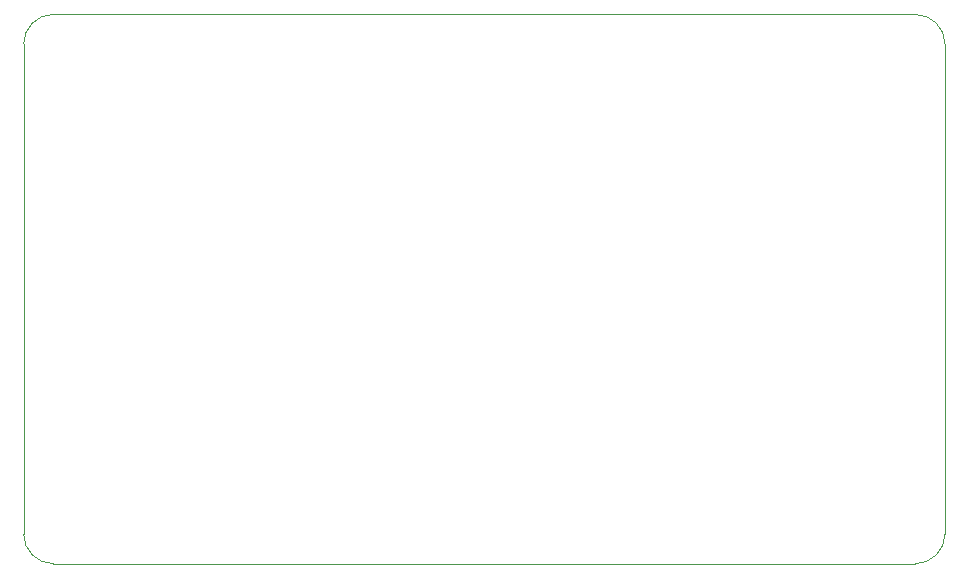
<source format=gbr>
G04 #@! TF.GenerationSoftware,KiCad,Pcbnew,(5.1.4)-1*
G04 #@! TF.CreationDate,2019-09-29T14:37:35-07:00*
G04 #@! TF.ProjectId,arduino-micro,61726475-696e-46f2-9d6d-6963726f2e6b,rev?*
G04 #@! TF.SameCoordinates,Original*
G04 #@! TF.FileFunction,Profile,NP*
%FSLAX46Y46*%
G04 Gerber Fmt 4.6, Leading zero omitted, Abs format (unit mm)*
G04 Created by KiCad (PCBNEW (5.1.4)-1) date 2019-09-29 14:37:35*
%MOMM*%
%LPD*%
G04 APERTURE LIST*
%ADD10C,0.100000*%
G04 APERTURE END LIST*
D10*
X190500000Y-135000000D02*
G75*
G02X188000000Y-137500000I-2500000J0D01*
G01*
X115000000Y-137500000D02*
G75*
G02X112500000Y-135000000I0J2500000D01*
G01*
X188000000Y-91000000D02*
G75*
G02X190500000Y-93500000I0J-2500000D01*
G01*
X112500000Y-93500000D02*
G75*
G02X115000000Y-91000000I2500000J0D01*
G01*
X188000000Y-91000000D02*
X115000000Y-91000000D01*
X190500000Y-135000000D02*
X190500000Y-93500000D01*
X115000000Y-137500000D02*
X188000000Y-137500000D01*
X112500000Y-93500000D02*
X112500000Y-135000000D01*
M02*

</source>
